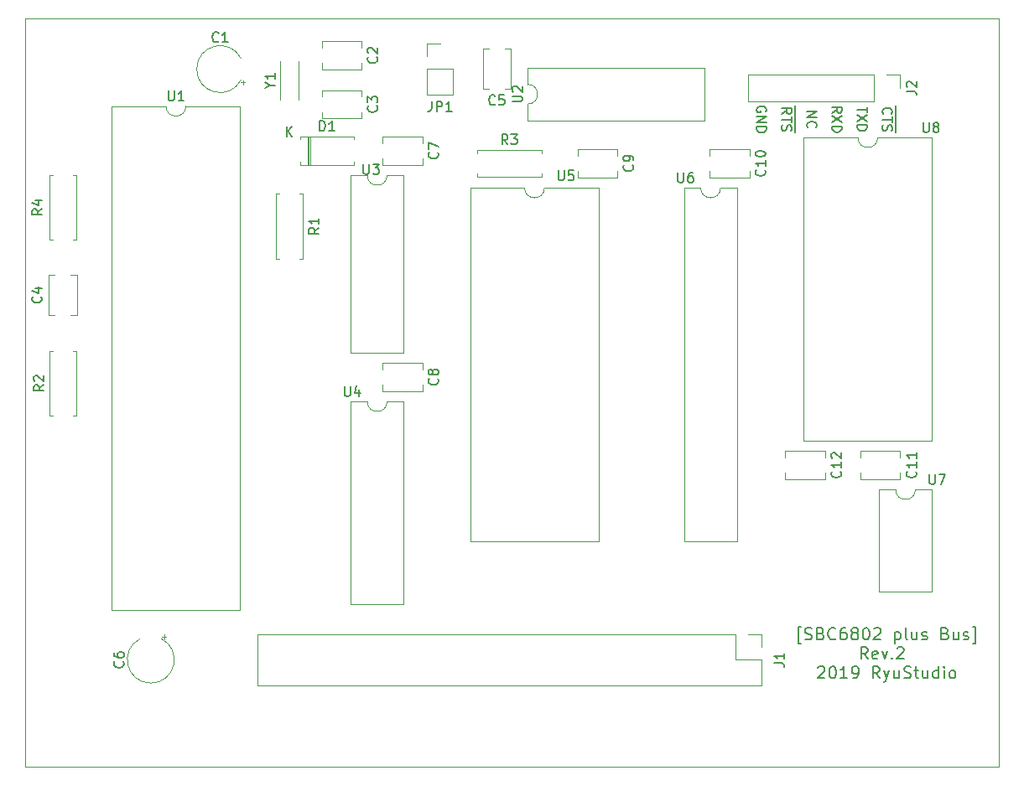
<source format=gto>
G04 #@! TF.GenerationSoftware,KiCad,Pcbnew,(5.1.2-1)-1*
G04 #@! TF.CreationDate,2019-12-30T12:49:13-08:00*
G04 #@! TF.ProjectId,sbc6802,73626336-3830-4322-9e6b-696361645f70,2.0*
G04 #@! TF.SameCoordinates,Original*
G04 #@! TF.FileFunction,Legend,Top*
G04 #@! TF.FilePolarity,Positive*
%FSLAX46Y46*%
G04 Gerber Fmt 4.6, Leading zero omitted, Abs format (unit mm)*
G04 Created by KiCad (PCBNEW (5.1.2-1)-1) date 2019-12-30 12:49:13*
%MOMM*%
%LPD*%
G04 APERTURE LIST*
%ADD10C,0.150000*%
%ADD11C,0.120000*%
G04 APERTURE END LIST*
D10*
X179570000Y-71628095D02*
X179617619Y-71532857D01*
X179617619Y-71390000D01*
X179570000Y-71247142D01*
X179474761Y-71151904D01*
X179379523Y-71104285D01*
X179189047Y-71056666D01*
X179046190Y-71056666D01*
X178855714Y-71104285D01*
X178760476Y-71151904D01*
X178665238Y-71247142D01*
X178617619Y-71390000D01*
X178617619Y-71485238D01*
X178665238Y-71628095D01*
X178712857Y-71675714D01*
X179046190Y-71675714D01*
X179046190Y-71485238D01*
X178617619Y-72104285D02*
X179617619Y-72104285D01*
X178617619Y-72675714D01*
X179617619Y-72675714D01*
X178617619Y-73151904D02*
X179617619Y-73151904D01*
X179617619Y-73390000D01*
X179570000Y-73532857D01*
X179474761Y-73628095D01*
X179379523Y-73675714D01*
X179189047Y-73723333D01*
X179046190Y-73723333D01*
X178855714Y-73675714D01*
X178760476Y-73628095D01*
X178665238Y-73532857D01*
X178617619Y-73390000D01*
X178617619Y-73151904D01*
X182525000Y-71032857D02*
X182525000Y-72032857D01*
X181157619Y-71842380D02*
X181633809Y-71509047D01*
X181157619Y-71270952D02*
X182157619Y-71270952D01*
X182157619Y-71651904D01*
X182110000Y-71747142D01*
X182062380Y-71794761D01*
X181967142Y-71842380D01*
X181824285Y-71842380D01*
X181729047Y-71794761D01*
X181681428Y-71747142D01*
X181633809Y-71651904D01*
X181633809Y-71270952D01*
X182525000Y-72032857D02*
X182525000Y-72794761D01*
X182157619Y-72128095D02*
X182157619Y-72699523D01*
X181157619Y-72413809D02*
X182157619Y-72413809D01*
X182525000Y-72794761D02*
X182525000Y-73747142D01*
X181205238Y-72985238D02*
X181157619Y-73128095D01*
X181157619Y-73366190D01*
X181205238Y-73461428D01*
X181252857Y-73509047D01*
X181348095Y-73556666D01*
X181443333Y-73556666D01*
X181538571Y-73509047D01*
X181586190Y-73461428D01*
X181633809Y-73366190D01*
X181681428Y-73175714D01*
X181729047Y-73080476D01*
X181776666Y-73032857D01*
X181871904Y-72985238D01*
X181967142Y-72985238D01*
X182062380Y-73032857D01*
X182110000Y-73080476D01*
X182157619Y-73175714D01*
X182157619Y-73413809D01*
X182110000Y-73556666D01*
X183697619Y-71604285D02*
X184697619Y-71604285D01*
X183697619Y-72175714D01*
X184697619Y-72175714D01*
X183792857Y-73223333D02*
X183745238Y-73175714D01*
X183697619Y-73032857D01*
X183697619Y-72937619D01*
X183745238Y-72794761D01*
X183840476Y-72699523D01*
X183935714Y-72651904D01*
X184126190Y-72604285D01*
X184269047Y-72604285D01*
X184459523Y-72651904D01*
X184554761Y-72699523D01*
X184650000Y-72794761D01*
X184697619Y-72937619D01*
X184697619Y-73032857D01*
X184650000Y-73175714D01*
X184602380Y-73223333D01*
X186237619Y-71723333D02*
X186713809Y-71390000D01*
X186237619Y-71151904D02*
X187237619Y-71151904D01*
X187237619Y-71532857D01*
X187190000Y-71628095D01*
X187142380Y-71675714D01*
X187047142Y-71723333D01*
X186904285Y-71723333D01*
X186809047Y-71675714D01*
X186761428Y-71628095D01*
X186713809Y-71532857D01*
X186713809Y-71151904D01*
X187237619Y-72056666D02*
X186237619Y-72723333D01*
X187237619Y-72723333D02*
X186237619Y-72056666D01*
X186237619Y-73104285D02*
X187237619Y-73104285D01*
X187237619Y-73342380D01*
X187190000Y-73485238D01*
X187094761Y-73580476D01*
X186999523Y-73628095D01*
X186809047Y-73675714D01*
X186666190Y-73675714D01*
X186475714Y-73628095D01*
X186380476Y-73580476D01*
X186285238Y-73485238D01*
X186237619Y-73342380D01*
X186237619Y-73104285D01*
X189777619Y-71128095D02*
X189777619Y-71699523D01*
X188777619Y-71413809D02*
X189777619Y-71413809D01*
X189777619Y-71937619D02*
X188777619Y-72604285D01*
X189777619Y-72604285D02*
X188777619Y-71937619D01*
X188777619Y-72985238D02*
X189777619Y-72985238D01*
X189777619Y-73223333D01*
X189730000Y-73366190D01*
X189634761Y-73461428D01*
X189539523Y-73509047D01*
X189349047Y-73556666D01*
X189206190Y-73556666D01*
X189015714Y-73509047D01*
X188920476Y-73461428D01*
X188825238Y-73366190D01*
X188777619Y-73223333D01*
X188777619Y-72985238D01*
X192685000Y-71032857D02*
X192685000Y-72032857D01*
X191412857Y-71842380D02*
X191365238Y-71794761D01*
X191317619Y-71651904D01*
X191317619Y-71556666D01*
X191365238Y-71413809D01*
X191460476Y-71318571D01*
X191555714Y-71270952D01*
X191746190Y-71223333D01*
X191889047Y-71223333D01*
X192079523Y-71270952D01*
X192174761Y-71318571D01*
X192270000Y-71413809D01*
X192317619Y-71556666D01*
X192317619Y-71651904D01*
X192270000Y-71794761D01*
X192222380Y-71842380D01*
X192685000Y-72032857D02*
X192685000Y-72794761D01*
X192317619Y-72128095D02*
X192317619Y-72699523D01*
X191317619Y-72413809D02*
X192317619Y-72413809D01*
X192685000Y-72794761D02*
X192685000Y-73747142D01*
X191365238Y-72985238D02*
X191317619Y-73128095D01*
X191317619Y-73366190D01*
X191365238Y-73461428D01*
X191412857Y-73509047D01*
X191508095Y-73556666D01*
X191603333Y-73556666D01*
X191698571Y-73509047D01*
X191746190Y-73461428D01*
X191793809Y-73366190D01*
X191841428Y-73175714D01*
X191889047Y-73080476D01*
X191936666Y-73032857D01*
X192031904Y-72985238D01*
X192127142Y-72985238D01*
X192222380Y-73032857D01*
X192270000Y-73080476D01*
X192317619Y-73175714D01*
X192317619Y-73413809D01*
X192270000Y-73556666D01*
X183112857Y-125357857D02*
X182827142Y-125357857D01*
X182827142Y-123643571D01*
X183112857Y-123643571D01*
X183512857Y-124900714D02*
X183684285Y-124957857D01*
X183970000Y-124957857D01*
X184084285Y-124900714D01*
X184141428Y-124843571D01*
X184198571Y-124729285D01*
X184198571Y-124615000D01*
X184141428Y-124500714D01*
X184084285Y-124443571D01*
X183970000Y-124386428D01*
X183741428Y-124329285D01*
X183627142Y-124272142D01*
X183570000Y-124215000D01*
X183512857Y-124100714D01*
X183512857Y-123986428D01*
X183570000Y-123872142D01*
X183627142Y-123815000D01*
X183741428Y-123757857D01*
X184027142Y-123757857D01*
X184198571Y-123815000D01*
X185112857Y-124329285D02*
X185284285Y-124386428D01*
X185341428Y-124443571D01*
X185398571Y-124557857D01*
X185398571Y-124729285D01*
X185341428Y-124843571D01*
X185284285Y-124900714D01*
X185170000Y-124957857D01*
X184712857Y-124957857D01*
X184712857Y-123757857D01*
X185112857Y-123757857D01*
X185227142Y-123815000D01*
X185284285Y-123872142D01*
X185341428Y-123986428D01*
X185341428Y-124100714D01*
X185284285Y-124215000D01*
X185227142Y-124272142D01*
X185112857Y-124329285D01*
X184712857Y-124329285D01*
X186598571Y-124843571D02*
X186541428Y-124900714D01*
X186370000Y-124957857D01*
X186255714Y-124957857D01*
X186084285Y-124900714D01*
X185970000Y-124786428D01*
X185912857Y-124672142D01*
X185855714Y-124443571D01*
X185855714Y-124272142D01*
X185912857Y-124043571D01*
X185970000Y-123929285D01*
X186084285Y-123815000D01*
X186255714Y-123757857D01*
X186370000Y-123757857D01*
X186541428Y-123815000D01*
X186598571Y-123872142D01*
X187627142Y-123757857D02*
X187398571Y-123757857D01*
X187284285Y-123815000D01*
X187227142Y-123872142D01*
X187112857Y-124043571D01*
X187055714Y-124272142D01*
X187055714Y-124729285D01*
X187112857Y-124843571D01*
X187170000Y-124900714D01*
X187284285Y-124957857D01*
X187512857Y-124957857D01*
X187627142Y-124900714D01*
X187684285Y-124843571D01*
X187741428Y-124729285D01*
X187741428Y-124443571D01*
X187684285Y-124329285D01*
X187627142Y-124272142D01*
X187512857Y-124215000D01*
X187284285Y-124215000D01*
X187170000Y-124272142D01*
X187112857Y-124329285D01*
X187055714Y-124443571D01*
X188427142Y-124272142D02*
X188312857Y-124215000D01*
X188255714Y-124157857D01*
X188198571Y-124043571D01*
X188198571Y-123986428D01*
X188255714Y-123872142D01*
X188312857Y-123815000D01*
X188427142Y-123757857D01*
X188655714Y-123757857D01*
X188770000Y-123815000D01*
X188827142Y-123872142D01*
X188884285Y-123986428D01*
X188884285Y-124043571D01*
X188827142Y-124157857D01*
X188770000Y-124215000D01*
X188655714Y-124272142D01*
X188427142Y-124272142D01*
X188312857Y-124329285D01*
X188255714Y-124386428D01*
X188198571Y-124500714D01*
X188198571Y-124729285D01*
X188255714Y-124843571D01*
X188312857Y-124900714D01*
X188427142Y-124957857D01*
X188655714Y-124957857D01*
X188770000Y-124900714D01*
X188827142Y-124843571D01*
X188884285Y-124729285D01*
X188884285Y-124500714D01*
X188827142Y-124386428D01*
X188770000Y-124329285D01*
X188655714Y-124272142D01*
X189627142Y-123757857D02*
X189741428Y-123757857D01*
X189855714Y-123815000D01*
X189912857Y-123872142D01*
X189970000Y-123986428D01*
X190027142Y-124215000D01*
X190027142Y-124500714D01*
X189970000Y-124729285D01*
X189912857Y-124843571D01*
X189855714Y-124900714D01*
X189741428Y-124957857D01*
X189627142Y-124957857D01*
X189512857Y-124900714D01*
X189455714Y-124843571D01*
X189398571Y-124729285D01*
X189341428Y-124500714D01*
X189341428Y-124215000D01*
X189398571Y-123986428D01*
X189455714Y-123872142D01*
X189512857Y-123815000D01*
X189627142Y-123757857D01*
X190484285Y-123872142D02*
X190541428Y-123815000D01*
X190655714Y-123757857D01*
X190941428Y-123757857D01*
X191055714Y-123815000D01*
X191112857Y-123872142D01*
X191170000Y-123986428D01*
X191170000Y-124100714D01*
X191112857Y-124272142D01*
X190427142Y-124957857D01*
X191170000Y-124957857D01*
X192598571Y-124157857D02*
X192598571Y-125357857D01*
X192598571Y-124215000D02*
X192712857Y-124157857D01*
X192941428Y-124157857D01*
X193055714Y-124215000D01*
X193112857Y-124272142D01*
X193170000Y-124386428D01*
X193170000Y-124729285D01*
X193112857Y-124843571D01*
X193055714Y-124900714D01*
X192941428Y-124957857D01*
X192712857Y-124957857D01*
X192598571Y-124900714D01*
X193855714Y-124957857D02*
X193741428Y-124900714D01*
X193684285Y-124786428D01*
X193684285Y-123757857D01*
X194827142Y-124157857D02*
X194827142Y-124957857D01*
X194312857Y-124157857D02*
X194312857Y-124786428D01*
X194370000Y-124900714D01*
X194484285Y-124957857D01*
X194655714Y-124957857D01*
X194770000Y-124900714D01*
X194827142Y-124843571D01*
X195341428Y-124900714D02*
X195455714Y-124957857D01*
X195684285Y-124957857D01*
X195798571Y-124900714D01*
X195855714Y-124786428D01*
X195855714Y-124729285D01*
X195798571Y-124615000D01*
X195684285Y-124557857D01*
X195512857Y-124557857D01*
X195398571Y-124500714D01*
X195341428Y-124386428D01*
X195341428Y-124329285D01*
X195398571Y-124215000D01*
X195512857Y-124157857D01*
X195684285Y-124157857D01*
X195798571Y-124215000D01*
X197684285Y-124329285D02*
X197855714Y-124386428D01*
X197912857Y-124443571D01*
X197970000Y-124557857D01*
X197970000Y-124729285D01*
X197912857Y-124843571D01*
X197855714Y-124900714D01*
X197741428Y-124957857D01*
X197284285Y-124957857D01*
X197284285Y-123757857D01*
X197684285Y-123757857D01*
X197798571Y-123815000D01*
X197855714Y-123872142D01*
X197912857Y-123986428D01*
X197912857Y-124100714D01*
X197855714Y-124215000D01*
X197798571Y-124272142D01*
X197684285Y-124329285D01*
X197284285Y-124329285D01*
X198998571Y-124157857D02*
X198998571Y-124957857D01*
X198484285Y-124157857D02*
X198484285Y-124786428D01*
X198541428Y-124900714D01*
X198655714Y-124957857D01*
X198827142Y-124957857D01*
X198941428Y-124900714D01*
X198998571Y-124843571D01*
X199512857Y-124900714D02*
X199627142Y-124957857D01*
X199855714Y-124957857D01*
X199970000Y-124900714D01*
X200027142Y-124786428D01*
X200027142Y-124729285D01*
X199970000Y-124615000D01*
X199855714Y-124557857D01*
X199684285Y-124557857D01*
X199570000Y-124500714D01*
X199512857Y-124386428D01*
X199512857Y-124329285D01*
X199570000Y-124215000D01*
X199684285Y-124157857D01*
X199855714Y-124157857D01*
X199970000Y-124215000D01*
X200427142Y-125357857D02*
X200712857Y-125357857D01*
X200712857Y-123643571D01*
X200427142Y-123643571D01*
X189855714Y-126907857D02*
X189455714Y-126336428D01*
X189170000Y-126907857D02*
X189170000Y-125707857D01*
X189627142Y-125707857D01*
X189741428Y-125765000D01*
X189798571Y-125822142D01*
X189855714Y-125936428D01*
X189855714Y-126107857D01*
X189798571Y-126222142D01*
X189741428Y-126279285D01*
X189627142Y-126336428D01*
X189170000Y-126336428D01*
X190827142Y-126850714D02*
X190712857Y-126907857D01*
X190484285Y-126907857D01*
X190370000Y-126850714D01*
X190312857Y-126736428D01*
X190312857Y-126279285D01*
X190370000Y-126165000D01*
X190484285Y-126107857D01*
X190712857Y-126107857D01*
X190827142Y-126165000D01*
X190884285Y-126279285D01*
X190884285Y-126393571D01*
X190312857Y-126507857D01*
X191284285Y-126107857D02*
X191570000Y-126907857D01*
X191855714Y-126107857D01*
X192312857Y-126793571D02*
X192370000Y-126850714D01*
X192312857Y-126907857D01*
X192255714Y-126850714D01*
X192312857Y-126793571D01*
X192312857Y-126907857D01*
X192827142Y-125822142D02*
X192884285Y-125765000D01*
X192998571Y-125707857D01*
X193284285Y-125707857D01*
X193398571Y-125765000D01*
X193455714Y-125822142D01*
X193512857Y-125936428D01*
X193512857Y-126050714D01*
X193455714Y-126222142D01*
X192770000Y-126907857D01*
X193512857Y-126907857D01*
X184827142Y-127772142D02*
X184884285Y-127715000D01*
X184998571Y-127657857D01*
X185284285Y-127657857D01*
X185398571Y-127715000D01*
X185455714Y-127772142D01*
X185512857Y-127886428D01*
X185512857Y-128000714D01*
X185455714Y-128172142D01*
X184770000Y-128857857D01*
X185512857Y-128857857D01*
X186255714Y-127657857D02*
X186370000Y-127657857D01*
X186484285Y-127715000D01*
X186541428Y-127772142D01*
X186598571Y-127886428D01*
X186655714Y-128115000D01*
X186655714Y-128400714D01*
X186598571Y-128629285D01*
X186541428Y-128743571D01*
X186484285Y-128800714D01*
X186370000Y-128857857D01*
X186255714Y-128857857D01*
X186141428Y-128800714D01*
X186084285Y-128743571D01*
X186027142Y-128629285D01*
X185970000Y-128400714D01*
X185970000Y-128115000D01*
X186027142Y-127886428D01*
X186084285Y-127772142D01*
X186141428Y-127715000D01*
X186255714Y-127657857D01*
X187798571Y-128857857D02*
X187112857Y-128857857D01*
X187455714Y-128857857D02*
X187455714Y-127657857D01*
X187341428Y-127829285D01*
X187227142Y-127943571D01*
X187112857Y-128000714D01*
X188370000Y-128857857D02*
X188598571Y-128857857D01*
X188712857Y-128800714D01*
X188770000Y-128743571D01*
X188884285Y-128572142D01*
X188941428Y-128343571D01*
X188941428Y-127886428D01*
X188884285Y-127772142D01*
X188827142Y-127715000D01*
X188712857Y-127657857D01*
X188484285Y-127657857D01*
X188370000Y-127715000D01*
X188312857Y-127772142D01*
X188255714Y-127886428D01*
X188255714Y-128172142D01*
X188312857Y-128286428D01*
X188370000Y-128343571D01*
X188484285Y-128400714D01*
X188712857Y-128400714D01*
X188827142Y-128343571D01*
X188884285Y-128286428D01*
X188941428Y-128172142D01*
X191055714Y-128857857D02*
X190655714Y-128286428D01*
X190370000Y-128857857D02*
X190370000Y-127657857D01*
X190827142Y-127657857D01*
X190941428Y-127715000D01*
X190998571Y-127772142D01*
X191055714Y-127886428D01*
X191055714Y-128057857D01*
X190998571Y-128172142D01*
X190941428Y-128229285D01*
X190827142Y-128286428D01*
X190370000Y-128286428D01*
X191455714Y-128057857D02*
X191741428Y-128857857D01*
X192027142Y-128057857D02*
X191741428Y-128857857D01*
X191627142Y-129143571D01*
X191570000Y-129200714D01*
X191455714Y-129257857D01*
X192998571Y-128057857D02*
X192998571Y-128857857D01*
X192484285Y-128057857D02*
X192484285Y-128686428D01*
X192541428Y-128800714D01*
X192655714Y-128857857D01*
X192827142Y-128857857D01*
X192941428Y-128800714D01*
X192998571Y-128743571D01*
X193512857Y-128800714D02*
X193684285Y-128857857D01*
X193970000Y-128857857D01*
X194084285Y-128800714D01*
X194141428Y-128743571D01*
X194198571Y-128629285D01*
X194198571Y-128515000D01*
X194141428Y-128400714D01*
X194084285Y-128343571D01*
X193970000Y-128286428D01*
X193741428Y-128229285D01*
X193627142Y-128172142D01*
X193570000Y-128115000D01*
X193512857Y-128000714D01*
X193512857Y-127886428D01*
X193570000Y-127772142D01*
X193627142Y-127715000D01*
X193741428Y-127657857D01*
X194027142Y-127657857D01*
X194198571Y-127715000D01*
X194541428Y-128057857D02*
X194998571Y-128057857D01*
X194712857Y-127657857D02*
X194712857Y-128686428D01*
X194770000Y-128800714D01*
X194884285Y-128857857D01*
X194998571Y-128857857D01*
X195912857Y-128057857D02*
X195912857Y-128857857D01*
X195398571Y-128057857D02*
X195398571Y-128686428D01*
X195455714Y-128800714D01*
X195570000Y-128857857D01*
X195741428Y-128857857D01*
X195855714Y-128800714D01*
X195912857Y-128743571D01*
X196998571Y-128857857D02*
X196998571Y-127657857D01*
X196998571Y-128800714D02*
X196884285Y-128857857D01*
X196655714Y-128857857D01*
X196541428Y-128800714D01*
X196484285Y-128743571D01*
X196427142Y-128629285D01*
X196427142Y-128286428D01*
X196484285Y-128172142D01*
X196541428Y-128115000D01*
X196655714Y-128057857D01*
X196884285Y-128057857D01*
X196998571Y-128115000D01*
X197570000Y-128857857D02*
X197570000Y-128057857D01*
X197570000Y-127657857D02*
X197512857Y-127715000D01*
X197570000Y-127772142D01*
X197627142Y-127715000D01*
X197570000Y-127657857D01*
X197570000Y-127772142D01*
X198312857Y-128857857D02*
X198198571Y-128800714D01*
X198141428Y-128743571D01*
X198084285Y-128629285D01*
X198084285Y-128286428D01*
X198141428Y-128172142D01*
X198198571Y-128115000D01*
X198312857Y-128057857D01*
X198484285Y-128057857D01*
X198598571Y-128115000D01*
X198655714Y-128172142D01*
X198712857Y-128286428D01*
X198712857Y-128629285D01*
X198655714Y-128743571D01*
X198598571Y-128800714D01*
X198484285Y-128857857D01*
X198312857Y-128857857D01*
D11*
X104775000Y-62230000D02*
X104775000Y-63500000D01*
X203105000Y-62230000D02*
X104775000Y-62230000D01*
X203105000Y-137795000D02*
X203105000Y-62230000D01*
X104775000Y-137795000D02*
X203105000Y-137795000D01*
X104775000Y-62865000D02*
X104775000Y-137795000D01*
X193100000Y-67885000D02*
X193100000Y-69215000D01*
X191770000Y-67885000D02*
X193100000Y-67885000D01*
X190500000Y-67885000D02*
X190500000Y-70545000D01*
X190500000Y-70545000D02*
X177740000Y-70545000D01*
X190500000Y-67885000D02*
X177740000Y-67885000D01*
X177740000Y-67885000D02*
X177740000Y-70545000D01*
X126792288Y-68870000D02*
X126792288Y-68420000D01*
X127017288Y-68645000D02*
X126567288Y-68645000D01*
X126599740Y-66250000D02*
G75*
G03X126599741Y-68370000I-2119740J-1060000D01*
G01*
X138779000Y-66708000D02*
X138779000Y-67333000D01*
X138779000Y-64493000D02*
X138779000Y-65118000D01*
X134739000Y-66708000D02*
X134739000Y-67333000D01*
X134739000Y-64493000D02*
X134739000Y-65118000D01*
X134739000Y-67333000D02*
X138779000Y-67333000D01*
X134739000Y-64493000D02*
X138779000Y-64493000D01*
X145355000Y-69910000D02*
X148015000Y-69910000D01*
X145355000Y-67310000D02*
X145355000Y-69910000D01*
X148015000Y-67310000D02*
X148015000Y-69910000D01*
X145355000Y-67310000D02*
X148015000Y-67310000D01*
X145355000Y-66040000D02*
X145355000Y-64710000D01*
X145355000Y-64710000D02*
X146685000Y-64710000D01*
X132815000Y-79915000D02*
X132485000Y-79915000D01*
X132815000Y-86455000D02*
X132815000Y-79915000D01*
X132485000Y-86455000D02*
X132815000Y-86455000D01*
X130075000Y-79915000D02*
X130405000Y-79915000D01*
X130075000Y-86455000D02*
X130075000Y-79915000D01*
X130405000Y-86455000D02*
X130075000Y-86455000D01*
X107545000Y-102330000D02*
X107215000Y-102330000D01*
X107215000Y-102330000D02*
X107215000Y-95790000D01*
X107215000Y-95790000D02*
X107545000Y-95790000D01*
X109625000Y-102330000D02*
X109955000Y-102330000D01*
X109955000Y-102330000D02*
X109955000Y-95790000D01*
X109955000Y-95790000D02*
X109625000Y-95790000D01*
X150400000Y-75795000D02*
X150400000Y-75465000D01*
X150400000Y-75465000D02*
X156940000Y-75465000D01*
X156940000Y-75465000D02*
X156940000Y-75795000D01*
X150400000Y-77875000D02*
X150400000Y-78205000D01*
X150400000Y-78205000D02*
X156940000Y-78205000D01*
X156940000Y-78205000D02*
X156940000Y-77875000D01*
X107215000Y-84550000D02*
X107545000Y-84550000D01*
X107215000Y-78010000D02*
X107215000Y-84550000D01*
X107545000Y-78010000D02*
X107215000Y-78010000D01*
X109955000Y-84550000D02*
X109625000Y-84550000D01*
X109955000Y-78010000D02*
X109955000Y-84550000D01*
X109625000Y-78010000D02*
X109955000Y-78010000D01*
X128210000Y-124400000D02*
X128210000Y-129600000D01*
X176530000Y-124400000D02*
X128210000Y-124400000D01*
X179130000Y-129600000D02*
X128210000Y-129600000D01*
X176530000Y-124400000D02*
X176530000Y-127000000D01*
X176530000Y-127000000D02*
X179130000Y-127000000D01*
X179130000Y-127000000D02*
X179130000Y-129600000D01*
X177800000Y-124400000D02*
X179130000Y-124400000D01*
X179130000Y-124400000D02*
X179130000Y-125730000D01*
X121015000Y-71060000D02*
G75*
G02X119015000Y-71060000I-1000000J0D01*
G01*
X119015000Y-71060000D02*
X113555000Y-71060000D01*
X113555000Y-71060000D02*
X113555000Y-121980000D01*
X113555000Y-121980000D02*
X126475000Y-121980000D01*
X126475000Y-121980000D02*
X126475000Y-71060000D01*
X126475000Y-71060000D02*
X121015000Y-71060000D01*
X155515000Y-67200000D02*
X155515000Y-68850000D01*
X173415000Y-67200000D02*
X155515000Y-67200000D01*
X173415000Y-72500000D02*
X173415000Y-67200000D01*
X155515000Y-72500000D02*
X173415000Y-72500000D01*
X155515000Y-70850000D02*
X155515000Y-72500000D01*
X155515000Y-68850000D02*
G75*
G02X155515000Y-70850000I0J-1000000D01*
G01*
X141335000Y-78045000D02*
G75*
G02X139335000Y-78045000I-1000000J0D01*
G01*
X139335000Y-78045000D02*
X137685000Y-78045000D01*
X137685000Y-78045000D02*
X137685000Y-95945000D01*
X137685000Y-95945000D02*
X142985000Y-95945000D01*
X142985000Y-95945000D02*
X142985000Y-78045000D01*
X142985000Y-78045000D02*
X141335000Y-78045000D01*
X141335000Y-100905000D02*
G75*
G02X139335000Y-100905000I-1000000J0D01*
G01*
X139335000Y-100905000D02*
X137685000Y-100905000D01*
X137685000Y-100905000D02*
X137685000Y-121345000D01*
X137685000Y-121345000D02*
X142985000Y-121345000D01*
X142985000Y-121345000D02*
X142985000Y-100905000D01*
X142985000Y-100905000D02*
X141335000Y-100905000D01*
X157210000Y-79315000D02*
G75*
G02X155210000Y-79315000I-1000000J0D01*
G01*
X155210000Y-79315000D02*
X149750000Y-79315000D01*
X149750000Y-79315000D02*
X149750000Y-114995000D01*
X149750000Y-114995000D02*
X162670000Y-114995000D01*
X162670000Y-114995000D02*
X162670000Y-79315000D01*
X162670000Y-79315000D02*
X157210000Y-79315000D01*
X174990000Y-79315000D02*
G75*
G02X172990000Y-79315000I-1000000J0D01*
G01*
X172990000Y-79315000D02*
X171340000Y-79315000D01*
X171340000Y-79315000D02*
X171340000Y-114995000D01*
X171340000Y-114995000D02*
X176640000Y-114995000D01*
X176640000Y-114995000D02*
X176640000Y-79315000D01*
X176640000Y-79315000D02*
X174990000Y-79315000D01*
X194675000Y-109795000D02*
G75*
G02X192675000Y-109795000I-1000000J0D01*
G01*
X192675000Y-109795000D02*
X191025000Y-109795000D01*
X191025000Y-109795000D02*
X191025000Y-120075000D01*
X191025000Y-120075000D02*
X196325000Y-120075000D01*
X196325000Y-120075000D02*
X196325000Y-109795000D01*
X196325000Y-109795000D02*
X194675000Y-109795000D01*
X190865000Y-74235000D02*
G75*
G02X188865000Y-74235000I-1000000J0D01*
G01*
X188865000Y-74235000D02*
X183405000Y-74235000D01*
X183405000Y-74235000D02*
X183405000Y-104835000D01*
X183405000Y-104835000D02*
X196325000Y-104835000D01*
X196325000Y-104835000D02*
X196325000Y-74235000D01*
X196325000Y-74235000D02*
X190865000Y-74235000D01*
X132365000Y-66533000D02*
X132365000Y-70373000D01*
X130525000Y-66533000D02*
X130525000Y-70373000D01*
X189095000Y-105895000D02*
X193135000Y-105895000D01*
X189095000Y-108735000D02*
X193135000Y-108735000D01*
X189095000Y-105895000D02*
X189095000Y-106520000D01*
X189095000Y-108110000D02*
X189095000Y-108735000D01*
X193135000Y-105895000D02*
X193135000Y-106520000D01*
X193135000Y-108110000D02*
X193135000Y-108735000D01*
X173895000Y-76040000D02*
X173895000Y-75415000D01*
X173895000Y-78255000D02*
X173895000Y-77630000D01*
X177935000Y-76040000D02*
X177935000Y-75415000D01*
X177935000Y-78255000D02*
X177935000Y-77630000D01*
X177935000Y-75415000D02*
X173895000Y-75415000D01*
X177935000Y-78255000D02*
X173895000Y-78255000D01*
X185555000Y-108110000D02*
X185555000Y-108735000D01*
X185555000Y-105895000D02*
X185555000Y-106520000D01*
X181515000Y-108110000D02*
X181515000Y-108735000D01*
X181515000Y-105895000D02*
X181515000Y-106520000D01*
X181515000Y-108735000D02*
X185555000Y-108735000D01*
X181515000Y-105895000D02*
X185555000Y-105895000D01*
X134739000Y-69446000D02*
X138779000Y-69446000D01*
X134739000Y-72286000D02*
X138779000Y-72286000D01*
X134739000Y-69446000D02*
X134739000Y-70071000D01*
X134739000Y-71661000D02*
X134739000Y-72286000D01*
X138779000Y-69446000D02*
X138779000Y-70071000D01*
X138779000Y-71661000D02*
X138779000Y-72286000D01*
X109380000Y-88130000D02*
X110005000Y-88130000D01*
X107165000Y-88130000D02*
X107790000Y-88130000D01*
X109380000Y-92170000D02*
X110005000Y-92170000D01*
X107165000Y-92170000D02*
X107790000Y-92170000D01*
X110005000Y-92170000D02*
X110005000Y-88130000D01*
X107165000Y-92170000D02*
X107165000Y-88130000D01*
X153820000Y-65270000D02*
X153820000Y-69310000D01*
X150980000Y-65270000D02*
X150980000Y-69310000D01*
X153820000Y-65270000D02*
X153195000Y-65270000D01*
X151605000Y-65270000D02*
X150980000Y-65270000D01*
X153820000Y-69310000D02*
X153195000Y-69310000D01*
X151605000Y-69310000D02*
X150980000Y-69310000D01*
X116415000Y-124860260D02*
G75*
G03X118535000Y-124860259I1060000J-2119740D01*
G01*
X118810000Y-124442712D02*
X118810000Y-124892712D01*
X119035000Y-124667712D02*
X118585000Y-124667712D01*
X140875000Y-74770000D02*
X140875000Y-74145000D01*
X140875000Y-76985000D02*
X140875000Y-76360000D01*
X144915000Y-74770000D02*
X144915000Y-74145000D01*
X144915000Y-76985000D02*
X144915000Y-76360000D01*
X144915000Y-74145000D02*
X140875000Y-74145000D01*
X144915000Y-76985000D02*
X140875000Y-76985000D01*
X144915000Y-99845000D02*
X140875000Y-99845000D01*
X144915000Y-97005000D02*
X140875000Y-97005000D01*
X144915000Y-99845000D02*
X144915000Y-99220000D01*
X144915000Y-97630000D02*
X144915000Y-97005000D01*
X140875000Y-99845000D02*
X140875000Y-99220000D01*
X140875000Y-97630000D02*
X140875000Y-97005000D01*
X164600000Y-78255000D02*
X160560000Y-78255000D01*
X164600000Y-75415000D02*
X160560000Y-75415000D01*
X164600000Y-78255000D02*
X164600000Y-77630000D01*
X164600000Y-76040000D02*
X164600000Y-75415000D01*
X160560000Y-78255000D02*
X160560000Y-77630000D01*
X160560000Y-76040000D02*
X160560000Y-75415000D01*
X132535000Y-74425000D02*
X132535000Y-74095000D01*
X132535000Y-74095000D02*
X137975000Y-74095000D01*
X137975000Y-74095000D02*
X137975000Y-74425000D01*
X132535000Y-76705000D02*
X132535000Y-77035000D01*
X132535000Y-77035000D02*
X137975000Y-77035000D01*
X137975000Y-77035000D02*
X137975000Y-76705000D01*
X133435000Y-74095000D02*
X133435000Y-77035000D01*
X133555000Y-74095000D02*
X133555000Y-77035000D01*
X133315000Y-74095000D02*
X133315000Y-77035000D01*
D10*
X193762380Y-69548333D02*
X194476666Y-69548333D01*
X194619523Y-69595952D01*
X194714761Y-69691190D01*
X194762380Y-69834047D01*
X194762380Y-69929285D01*
X193857619Y-69119761D02*
X193810000Y-69072142D01*
X193762380Y-68976904D01*
X193762380Y-68738809D01*
X193810000Y-68643571D01*
X193857619Y-68595952D01*
X193952857Y-68548333D01*
X194048095Y-68548333D01*
X194190952Y-68595952D01*
X194762380Y-69167380D01*
X194762380Y-68548333D01*
X124313333Y-64492142D02*
X124265714Y-64539761D01*
X124122857Y-64587380D01*
X124027619Y-64587380D01*
X123884761Y-64539761D01*
X123789523Y-64444523D01*
X123741904Y-64349285D01*
X123694285Y-64158809D01*
X123694285Y-64015952D01*
X123741904Y-63825476D01*
X123789523Y-63730238D01*
X123884761Y-63635000D01*
X124027619Y-63587380D01*
X124122857Y-63587380D01*
X124265714Y-63635000D01*
X124313333Y-63682619D01*
X125265714Y-64587380D02*
X124694285Y-64587380D01*
X124980000Y-64587380D02*
X124980000Y-63587380D01*
X124884761Y-63730238D01*
X124789523Y-63825476D01*
X124694285Y-63873095D01*
X140271142Y-66079666D02*
X140318761Y-66127285D01*
X140366380Y-66270142D01*
X140366380Y-66365380D01*
X140318761Y-66508238D01*
X140223523Y-66603476D01*
X140128285Y-66651095D01*
X139937809Y-66698714D01*
X139794952Y-66698714D01*
X139604476Y-66651095D01*
X139509238Y-66603476D01*
X139414000Y-66508238D01*
X139366380Y-66365380D01*
X139366380Y-66270142D01*
X139414000Y-66127285D01*
X139461619Y-66079666D01*
X139461619Y-65698714D02*
X139414000Y-65651095D01*
X139366380Y-65555857D01*
X139366380Y-65317761D01*
X139414000Y-65222523D01*
X139461619Y-65174904D01*
X139556857Y-65127285D01*
X139652095Y-65127285D01*
X139794952Y-65174904D01*
X140366380Y-65746333D01*
X140366380Y-65127285D01*
X145851666Y-70572380D02*
X145851666Y-71286666D01*
X145804047Y-71429523D01*
X145708809Y-71524761D01*
X145565952Y-71572380D01*
X145470714Y-71572380D01*
X146327857Y-71572380D02*
X146327857Y-70572380D01*
X146708809Y-70572380D01*
X146804047Y-70620000D01*
X146851666Y-70667619D01*
X146899285Y-70762857D01*
X146899285Y-70905714D01*
X146851666Y-71000952D01*
X146804047Y-71048571D01*
X146708809Y-71096190D01*
X146327857Y-71096190D01*
X147851666Y-71572380D02*
X147280238Y-71572380D01*
X147565952Y-71572380D02*
X147565952Y-70572380D01*
X147470714Y-70715238D01*
X147375476Y-70810476D01*
X147280238Y-70858095D01*
X134437380Y-83351666D02*
X133961190Y-83685000D01*
X134437380Y-83923095D02*
X133437380Y-83923095D01*
X133437380Y-83542142D01*
X133485000Y-83446904D01*
X133532619Y-83399285D01*
X133627857Y-83351666D01*
X133770714Y-83351666D01*
X133865952Y-83399285D01*
X133913571Y-83446904D01*
X133961190Y-83542142D01*
X133961190Y-83923095D01*
X134437380Y-82399285D02*
X134437380Y-82970714D01*
X134437380Y-82685000D02*
X133437380Y-82685000D01*
X133580238Y-82780238D01*
X133675476Y-82875476D01*
X133723095Y-82970714D01*
X106667380Y-99226666D02*
X106191190Y-99560000D01*
X106667380Y-99798095D02*
X105667380Y-99798095D01*
X105667380Y-99417142D01*
X105715000Y-99321904D01*
X105762619Y-99274285D01*
X105857857Y-99226666D01*
X106000714Y-99226666D01*
X106095952Y-99274285D01*
X106143571Y-99321904D01*
X106191190Y-99417142D01*
X106191190Y-99798095D01*
X105762619Y-98845714D02*
X105715000Y-98798095D01*
X105667380Y-98702857D01*
X105667380Y-98464761D01*
X105715000Y-98369523D01*
X105762619Y-98321904D01*
X105857857Y-98274285D01*
X105953095Y-98274285D01*
X106095952Y-98321904D01*
X106667380Y-98893333D01*
X106667380Y-98274285D01*
X153503333Y-74917380D02*
X153170000Y-74441190D01*
X152931904Y-74917380D02*
X152931904Y-73917380D01*
X153312857Y-73917380D01*
X153408095Y-73965000D01*
X153455714Y-74012619D01*
X153503333Y-74107857D01*
X153503333Y-74250714D01*
X153455714Y-74345952D01*
X153408095Y-74393571D01*
X153312857Y-74441190D01*
X152931904Y-74441190D01*
X153836666Y-73917380D02*
X154455714Y-73917380D01*
X154122380Y-74298333D01*
X154265238Y-74298333D01*
X154360476Y-74345952D01*
X154408095Y-74393571D01*
X154455714Y-74488809D01*
X154455714Y-74726904D01*
X154408095Y-74822142D01*
X154360476Y-74869761D01*
X154265238Y-74917380D01*
X153979523Y-74917380D01*
X153884285Y-74869761D01*
X153836666Y-74822142D01*
X106497380Y-81446666D02*
X106021190Y-81780000D01*
X106497380Y-82018095D02*
X105497380Y-82018095D01*
X105497380Y-81637142D01*
X105545000Y-81541904D01*
X105592619Y-81494285D01*
X105687857Y-81446666D01*
X105830714Y-81446666D01*
X105925952Y-81494285D01*
X105973571Y-81541904D01*
X106021190Y-81637142D01*
X106021190Y-82018095D01*
X105830714Y-80589523D02*
X106497380Y-80589523D01*
X105449761Y-80827619D02*
X106164047Y-81065714D01*
X106164047Y-80446666D01*
X180427380Y-127333333D02*
X181141666Y-127333333D01*
X181284523Y-127380952D01*
X181379761Y-127476190D01*
X181427380Y-127619047D01*
X181427380Y-127714285D01*
X181427380Y-126333333D02*
X181427380Y-126904761D01*
X181427380Y-126619047D02*
X180427380Y-126619047D01*
X180570238Y-126714285D01*
X180665476Y-126809523D01*
X180713095Y-126904761D01*
X119253095Y-69512380D02*
X119253095Y-70321904D01*
X119300714Y-70417142D01*
X119348333Y-70464761D01*
X119443571Y-70512380D01*
X119634047Y-70512380D01*
X119729285Y-70464761D01*
X119776904Y-70417142D01*
X119824523Y-70321904D01*
X119824523Y-69512380D01*
X120824523Y-70512380D02*
X120253095Y-70512380D01*
X120538809Y-70512380D02*
X120538809Y-69512380D01*
X120443571Y-69655238D01*
X120348333Y-69750476D01*
X120253095Y-69798095D01*
X153967380Y-70611904D02*
X154776904Y-70611904D01*
X154872142Y-70564285D01*
X154919761Y-70516666D01*
X154967380Y-70421428D01*
X154967380Y-70230952D01*
X154919761Y-70135714D01*
X154872142Y-70088095D01*
X154776904Y-70040476D01*
X153967380Y-70040476D01*
X154062619Y-69611904D02*
X154015000Y-69564285D01*
X153967380Y-69469047D01*
X153967380Y-69230952D01*
X154015000Y-69135714D01*
X154062619Y-69088095D01*
X154157857Y-69040476D01*
X154253095Y-69040476D01*
X154395952Y-69088095D01*
X154967380Y-69659523D01*
X154967380Y-69040476D01*
X138938095Y-76922380D02*
X138938095Y-77731904D01*
X138985714Y-77827142D01*
X139033333Y-77874761D01*
X139128571Y-77922380D01*
X139319047Y-77922380D01*
X139414285Y-77874761D01*
X139461904Y-77827142D01*
X139509523Y-77731904D01*
X139509523Y-76922380D01*
X139890476Y-76922380D02*
X140509523Y-76922380D01*
X140176190Y-77303333D01*
X140319047Y-77303333D01*
X140414285Y-77350952D01*
X140461904Y-77398571D01*
X140509523Y-77493809D01*
X140509523Y-77731904D01*
X140461904Y-77827142D01*
X140414285Y-77874761D01*
X140319047Y-77922380D01*
X140033333Y-77922380D01*
X139938095Y-77874761D01*
X139890476Y-77827142D01*
X137033095Y-99357380D02*
X137033095Y-100166904D01*
X137080714Y-100262142D01*
X137128333Y-100309761D01*
X137223571Y-100357380D01*
X137414047Y-100357380D01*
X137509285Y-100309761D01*
X137556904Y-100262142D01*
X137604523Y-100166904D01*
X137604523Y-99357380D01*
X138509285Y-99690714D02*
X138509285Y-100357380D01*
X138271190Y-99309761D02*
X138033095Y-100024047D01*
X138652142Y-100024047D01*
X158623095Y-77557380D02*
X158623095Y-78366904D01*
X158670714Y-78462142D01*
X158718333Y-78509761D01*
X158813571Y-78557380D01*
X159004047Y-78557380D01*
X159099285Y-78509761D01*
X159146904Y-78462142D01*
X159194523Y-78366904D01*
X159194523Y-77557380D01*
X160146904Y-77557380D02*
X159670714Y-77557380D01*
X159623095Y-78033571D01*
X159670714Y-77985952D01*
X159765952Y-77938333D01*
X160004047Y-77938333D01*
X160099285Y-77985952D01*
X160146904Y-78033571D01*
X160194523Y-78128809D01*
X160194523Y-78366904D01*
X160146904Y-78462142D01*
X160099285Y-78509761D01*
X160004047Y-78557380D01*
X159765952Y-78557380D01*
X159670714Y-78509761D01*
X159623095Y-78462142D01*
X170688095Y-77767380D02*
X170688095Y-78576904D01*
X170735714Y-78672142D01*
X170783333Y-78719761D01*
X170878571Y-78767380D01*
X171069047Y-78767380D01*
X171164285Y-78719761D01*
X171211904Y-78672142D01*
X171259523Y-78576904D01*
X171259523Y-77767380D01*
X172164285Y-77767380D02*
X171973809Y-77767380D01*
X171878571Y-77815000D01*
X171830952Y-77862619D01*
X171735714Y-78005476D01*
X171688095Y-78195952D01*
X171688095Y-78576904D01*
X171735714Y-78672142D01*
X171783333Y-78719761D01*
X171878571Y-78767380D01*
X172069047Y-78767380D01*
X172164285Y-78719761D01*
X172211904Y-78672142D01*
X172259523Y-78576904D01*
X172259523Y-78338809D01*
X172211904Y-78243571D01*
X172164285Y-78195952D01*
X172069047Y-78148333D01*
X171878571Y-78148333D01*
X171783333Y-78195952D01*
X171735714Y-78243571D01*
X171688095Y-78338809D01*
X196088095Y-108247380D02*
X196088095Y-109056904D01*
X196135714Y-109152142D01*
X196183333Y-109199761D01*
X196278571Y-109247380D01*
X196469047Y-109247380D01*
X196564285Y-109199761D01*
X196611904Y-109152142D01*
X196659523Y-109056904D01*
X196659523Y-108247380D01*
X197040476Y-108247380D02*
X197707142Y-108247380D01*
X197278571Y-109247380D01*
X195453095Y-72687380D02*
X195453095Y-73496904D01*
X195500714Y-73592142D01*
X195548333Y-73639761D01*
X195643571Y-73687380D01*
X195834047Y-73687380D01*
X195929285Y-73639761D01*
X195976904Y-73592142D01*
X196024523Y-73496904D01*
X196024523Y-72687380D01*
X196643571Y-73115952D02*
X196548333Y-73068333D01*
X196500714Y-73020714D01*
X196453095Y-72925476D01*
X196453095Y-72877857D01*
X196500714Y-72782619D01*
X196548333Y-72735000D01*
X196643571Y-72687380D01*
X196834047Y-72687380D01*
X196929285Y-72735000D01*
X196976904Y-72782619D01*
X197024523Y-72877857D01*
X197024523Y-72925476D01*
X196976904Y-73020714D01*
X196929285Y-73068333D01*
X196834047Y-73115952D01*
X196643571Y-73115952D01*
X196548333Y-73163571D01*
X196500714Y-73211190D01*
X196453095Y-73306428D01*
X196453095Y-73496904D01*
X196500714Y-73592142D01*
X196548333Y-73639761D01*
X196643571Y-73687380D01*
X196834047Y-73687380D01*
X196929285Y-73639761D01*
X196976904Y-73592142D01*
X197024523Y-73496904D01*
X197024523Y-73306428D01*
X196976904Y-73211190D01*
X196929285Y-73163571D01*
X196834047Y-73115952D01*
X129516190Y-68929190D02*
X129992380Y-68929190D01*
X128992380Y-69262523D02*
X129516190Y-68929190D01*
X128992380Y-68595857D01*
X129992380Y-67738714D02*
X129992380Y-68310142D01*
X129992380Y-68024428D02*
X128992380Y-68024428D01*
X129135238Y-68119666D01*
X129230476Y-68214904D01*
X129278095Y-68310142D01*
X194667142Y-107957857D02*
X194714761Y-108005476D01*
X194762380Y-108148333D01*
X194762380Y-108243571D01*
X194714761Y-108386428D01*
X194619523Y-108481666D01*
X194524285Y-108529285D01*
X194333809Y-108576904D01*
X194190952Y-108576904D01*
X194000476Y-108529285D01*
X193905238Y-108481666D01*
X193810000Y-108386428D01*
X193762380Y-108243571D01*
X193762380Y-108148333D01*
X193810000Y-108005476D01*
X193857619Y-107957857D01*
X194762380Y-107005476D02*
X194762380Y-107576904D01*
X194762380Y-107291190D02*
X193762380Y-107291190D01*
X193905238Y-107386428D01*
X194000476Y-107481666D01*
X194048095Y-107576904D01*
X194762380Y-106053095D02*
X194762380Y-106624523D01*
X194762380Y-106338809D02*
X193762380Y-106338809D01*
X193905238Y-106434047D01*
X194000476Y-106529285D01*
X194048095Y-106624523D01*
X179427142Y-77477857D02*
X179474761Y-77525476D01*
X179522380Y-77668333D01*
X179522380Y-77763571D01*
X179474761Y-77906428D01*
X179379523Y-78001666D01*
X179284285Y-78049285D01*
X179093809Y-78096904D01*
X178950952Y-78096904D01*
X178760476Y-78049285D01*
X178665238Y-78001666D01*
X178570000Y-77906428D01*
X178522380Y-77763571D01*
X178522380Y-77668333D01*
X178570000Y-77525476D01*
X178617619Y-77477857D01*
X179522380Y-76525476D02*
X179522380Y-77096904D01*
X179522380Y-76811190D02*
X178522380Y-76811190D01*
X178665238Y-76906428D01*
X178760476Y-77001666D01*
X178808095Y-77096904D01*
X178522380Y-75906428D02*
X178522380Y-75811190D01*
X178570000Y-75715952D01*
X178617619Y-75668333D01*
X178712857Y-75620714D01*
X178903333Y-75573095D01*
X179141428Y-75573095D01*
X179331904Y-75620714D01*
X179427142Y-75668333D01*
X179474761Y-75715952D01*
X179522380Y-75811190D01*
X179522380Y-75906428D01*
X179474761Y-76001666D01*
X179427142Y-76049285D01*
X179331904Y-76096904D01*
X179141428Y-76144523D01*
X178903333Y-76144523D01*
X178712857Y-76096904D01*
X178617619Y-76049285D01*
X178570000Y-76001666D01*
X178522380Y-75906428D01*
X187087142Y-107957857D02*
X187134761Y-108005476D01*
X187182380Y-108148333D01*
X187182380Y-108243571D01*
X187134761Y-108386428D01*
X187039523Y-108481666D01*
X186944285Y-108529285D01*
X186753809Y-108576904D01*
X186610952Y-108576904D01*
X186420476Y-108529285D01*
X186325238Y-108481666D01*
X186230000Y-108386428D01*
X186182380Y-108243571D01*
X186182380Y-108148333D01*
X186230000Y-108005476D01*
X186277619Y-107957857D01*
X187182380Y-107005476D02*
X187182380Y-107576904D01*
X187182380Y-107291190D02*
X186182380Y-107291190D01*
X186325238Y-107386428D01*
X186420476Y-107481666D01*
X186468095Y-107576904D01*
X186277619Y-106624523D02*
X186230000Y-106576904D01*
X186182380Y-106481666D01*
X186182380Y-106243571D01*
X186230000Y-106148333D01*
X186277619Y-106100714D01*
X186372857Y-106053095D01*
X186468095Y-106053095D01*
X186610952Y-106100714D01*
X187182380Y-106672142D01*
X187182380Y-106053095D01*
X140271142Y-71032666D02*
X140318761Y-71080285D01*
X140366380Y-71223142D01*
X140366380Y-71318380D01*
X140318761Y-71461238D01*
X140223523Y-71556476D01*
X140128285Y-71604095D01*
X139937809Y-71651714D01*
X139794952Y-71651714D01*
X139604476Y-71604095D01*
X139509238Y-71556476D01*
X139414000Y-71461238D01*
X139366380Y-71318380D01*
X139366380Y-71223142D01*
X139414000Y-71080285D01*
X139461619Y-71032666D01*
X139366380Y-70699333D02*
X139366380Y-70080285D01*
X139747333Y-70413619D01*
X139747333Y-70270761D01*
X139794952Y-70175523D01*
X139842571Y-70127904D01*
X139937809Y-70080285D01*
X140175904Y-70080285D01*
X140271142Y-70127904D01*
X140318761Y-70175523D01*
X140366380Y-70270761D01*
X140366380Y-70556476D01*
X140318761Y-70651714D01*
X140271142Y-70699333D01*
X106392142Y-90316666D02*
X106439761Y-90364285D01*
X106487380Y-90507142D01*
X106487380Y-90602380D01*
X106439761Y-90745238D01*
X106344523Y-90840476D01*
X106249285Y-90888095D01*
X106058809Y-90935714D01*
X105915952Y-90935714D01*
X105725476Y-90888095D01*
X105630238Y-90840476D01*
X105535000Y-90745238D01*
X105487380Y-90602380D01*
X105487380Y-90507142D01*
X105535000Y-90364285D01*
X105582619Y-90316666D01*
X105820714Y-89459523D02*
X106487380Y-89459523D01*
X105439761Y-89697619D02*
X106154047Y-89935714D01*
X106154047Y-89316666D01*
X152233333Y-70842142D02*
X152185714Y-70889761D01*
X152042857Y-70937380D01*
X151947619Y-70937380D01*
X151804761Y-70889761D01*
X151709523Y-70794523D01*
X151661904Y-70699285D01*
X151614285Y-70508809D01*
X151614285Y-70365952D01*
X151661904Y-70175476D01*
X151709523Y-70080238D01*
X151804761Y-69985000D01*
X151947619Y-69937380D01*
X152042857Y-69937380D01*
X152185714Y-69985000D01*
X152233333Y-70032619D01*
X153138095Y-69937380D02*
X152661904Y-69937380D01*
X152614285Y-70413571D01*
X152661904Y-70365952D01*
X152757142Y-70318333D01*
X152995238Y-70318333D01*
X153090476Y-70365952D01*
X153138095Y-70413571D01*
X153185714Y-70508809D01*
X153185714Y-70746904D01*
X153138095Y-70842142D01*
X153090476Y-70889761D01*
X152995238Y-70937380D01*
X152757142Y-70937380D01*
X152661904Y-70889761D01*
X152614285Y-70842142D01*
X114657142Y-127166666D02*
X114704761Y-127214285D01*
X114752380Y-127357142D01*
X114752380Y-127452380D01*
X114704761Y-127595238D01*
X114609523Y-127690476D01*
X114514285Y-127738095D01*
X114323809Y-127785714D01*
X114180952Y-127785714D01*
X113990476Y-127738095D01*
X113895238Y-127690476D01*
X113800000Y-127595238D01*
X113752380Y-127452380D01*
X113752380Y-127357142D01*
X113800000Y-127214285D01*
X113847619Y-127166666D01*
X113752380Y-126309523D02*
X113752380Y-126500000D01*
X113800000Y-126595238D01*
X113847619Y-126642857D01*
X113990476Y-126738095D01*
X114180952Y-126785714D01*
X114561904Y-126785714D01*
X114657142Y-126738095D01*
X114704761Y-126690476D01*
X114752380Y-126595238D01*
X114752380Y-126404761D01*
X114704761Y-126309523D01*
X114657142Y-126261904D01*
X114561904Y-126214285D01*
X114323809Y-126214285D01*
X114228571Y-126261904D01*
X114180952Y-126309523D01*
X114133333Y-126404761D01*
X114133333Y-126595238D01*
X114180952Y-126690476D01*
X114228571Y-126738095D01*
X114323809Y-126785714D01*
X146407142Y-75731666D02*
X146454761Y-75779285D01*
X146502380Y-75922142D01*
X146502380Y-76017380D01*
X146454761Y-76160238D01*
X146359523Y-76255476D01*
X146264285Y-76303095D01*
X146073809Y-76350714D01*
X145930952Y-76350714D01*
X145740476Y-76303095D01*
X145645238Y-76255476D01*
X145550000Y-76160238D01*
X145502380Y-76017380D01*
X145502380Y-75922142D01*
X145550000Y-75779285D01*
X145597619Y-75731666D01*
X145502380Y-75398333D02*
X145502380Y-74731666D01*
X146502380Y-75160238D01*
X146407142Y-98591666D02*
X146454761Y-98639285D01*
X146502380Y-98782142D01*
X146502380Y-98877380D01*
X146454761Y-99020238D01*
X146359523Y-99115476D01*
X146264285Y-99163095D01*
X146073809Y-99210714D01*
X145930952Y-99210714D01*
X145740476Y-99163095D01*
X145645238Y-99115476D01*
X145550000Y-99020238D01*
X145502380Y-98877380D01*
X145502380Y-98782142D01*
X145550000Y-98639285D01*
X145597619Y-98591666D01*
X145930952Y-98020238D02*
X145883333Y-98115476D01*
X145835714Y-98163095D01*
X145740476Y-98210714D01*
X145692857Y-98210714D01*
X145597619Y-98163095D01*
X145550000Y-98115476D01*
X145502380Y-98020238D01*
X145502380Y-97829761D01*
X145550000Y-97734523D01*
X145597619Y-97686904D01*
X145692857Y-97639285D01*
X145740476Y-97639285D01*
X145835714Y-97686904D01*
X145883333Y-97734523D01*
X145930952Y-97829761D01*
X145930952Y-98020238D01*
X145978571Y-98115476D01*
X146026190Y-98163095D01*
X146121428Y-98210714D01*
X146311904Y-98210714D01*
X146407142Y-98163095D01*
X146454761Y-98115476D01*
X146502380Y-98020238D01*
X146502380Y-97829761D01*
X146454761Y-97734523D01*
X146407142Y-97686904D01*
X146311904Y-97639285D01*
X146121428Y-97639285D01*
X146026190Y-97686904D01*
X145978571Y-97734523D01*
X145930952Y-97829761D01*
X166092142Y-77001666D02*
X166139761Y-77049285D01*
X166187380Y-77192142D01*
X166187380Y-77287380D01*
X166139761Y-77430238D01*
X166044523Y-77525476D01*
X165949285Y-77573095D01*
X165758809Y-77620714D01*
X165615952Y-77620714D01*
X165425476Y-77573095D01*
X165330238Y-77525476D01*
X165235000Y-77430238D01*
X165187380Y-77287380D01*
X165187380Y-77192142D01*
X165235000Y-77049285D01*
X165282619Y-77001666D01*
X166187380Y-76525476D02*
X166187380Y-76335000D01*
X166139761Y-76239761D01*
X166092142Y-76192142D01*
X165949285Y-76096904D01*
X165758809Y-76049285D01*
X165377857Y-76049285D01*
X165282619Y-76096904D01*
X165235000Y-76144523D01*
X165187380Y-76239761D01*
X165187380Y-76430238D01*
X165235000Y-76525476D01*
X165282619Y-76573095D01*
X165377857Y-76620714D01*
X165615952Y-76620714D01*
X165711190Y-76573095D01*
X165758809Y-76525476D01*
X165806428Y-76430238D01*
X165806428Y-76239761D01*
X165758809Y-76144523D01*
X165711190Y-76096904D01*
X165615952Y-76049285D01*
X134516904Y-73547380D02*
X134516904Y-72547380D01*
X134755000Y-72547380D01*
X134897857Y-72595000D01*
X134993095Y-72690238D01*
X135040714Y-72785476D01*
X135088333Y-72975952D01*
X135088333Y-73118809D01*
X135040714Y-73309285D01*
X134993095Y-73404523D01*
X134897857Y-73499761D01*
X134755000Y-73547380D01*
X134516904Y-73547380D01*
X136040714Y-73547380D02*
X135469285Y-73547380D01*
X135755000Y-73547380D02*
X135755000Y-72547380D01*
X135659761Y-72690238D01*
X135564523Y-72785476D01*
X135469285Y-72833095D01*
X131183095Y-74117380D02*
X131183095Y-73117380D01*
X131754523Y-74117380D02*
X131325952Y-73545952D01*
X131754523Y-73117380D02*
X131183095Y-73688809D01*
M02*

</source>
